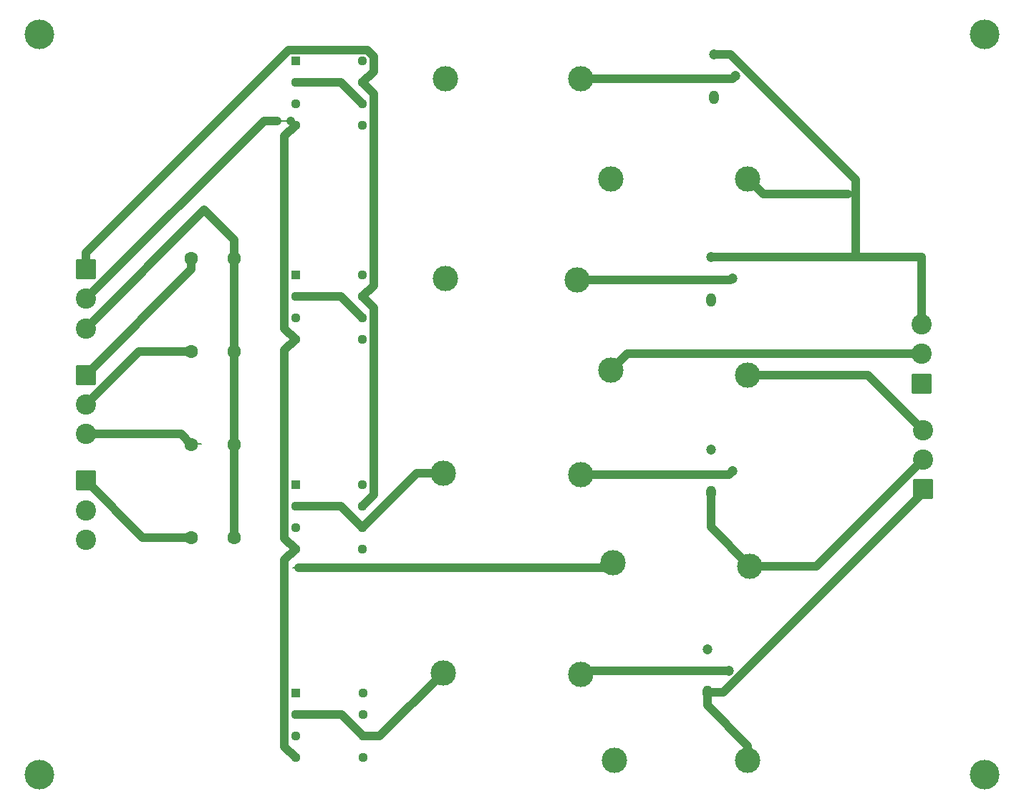
<source format=gbr>
%TF.GenerationSoftware,KiCad,Pcbnew,9.0.4-9.0.4-0~ubuntu24.04.1*%
%TF.CreationDate,2025-09-30T20:14:07-06:00*%
%TF.ProjectId,Interfaz_analogica,496e7465-7266-4617-9a5f-616e616c6f67,rev?*%
%TF.SameCoordinates,Original*%
%TF.FileFunction,Copper,L1,Top*%
%TF.FilePolarity,Positive*%
%FSLAX46Y46*%
G04 Gerber Fmt 4.6, Leading zero omitted, Abs format (unit mm)*
G04 Created by KiCad (PCBNEW 9.0.4-9.0.4-0~ubuntu24.04.1) date 2025-09-30 20:14:07*
%MOMM*%
%LPD*%
G01*
G04 APERTURE LIST*
G04 Aperture macros list*
%AMRoundRect*
0 Rectangle with rounded corners*
0 $1 Rounding radius*
0 $2 $3 $4 $5 $6 $7 $8 $9 X,Y pos of 4 corners*
0 Add a 4 corners polygon primitive as box body*
4,1,4,$2,$3,$4,$5,$6,$7,$8,$9,$2,$3,0*
0 Add four circle primitives for the rounded corners*
1,1,$1+$1,$2,$3*
1,1,$1+$1,$4,$5*
1,1,$1+$1,$6,$7*
1,1,$1+$1,$8,$9*
0 Add four rect primitives between the rounded corners*
20,1,$1+$1,$2,$3,$4,$5,0*
20,1,$1+$1,$4,$5,$6,$7,0*
20,1,$1+$1,$6,$7,$8,$9,0*
20,1,$1+$1,$8,$9,$2,$3,0*%
G04 Aperture macros list end*
%TA.AperFunction,ComponentPad*%
%ADD10RoundRect,0.250001X0.949999X-0.949999X0.949999X0.949999X-0.949999X0.949999X-0.949999X-0.949999X0*%
%TD*%
%TA.AperFunction,ComponentPad*%
%ADD11C,2.400000*%
%TD*%
%TA.AperFunction,ComponentPad*%
%ADD12C,1.600000*%
%TD*%
%TA.AperFunction,ComponentPad*%
%ADD13C,3.000000*%
%TD*%
%TA.AperFunction,ComponentPad*%
%ADD14O,1.200000X1.600000*%
%TD*%
%TA.AperFunction,ComponentPad*%
%ADD15C,1.200000*%
%TD*%
%TA.AperFunction,ComponentPad*%
%ADD16R,1.130000X1.130000*%
%TD*%
%TA.AperFunction,ComponentPad*%
%ADD17C,1.130000*%
%TD*%
%TA.AperFunction,ComponentPad*%
%ADD18C,3.500000*%
%TD*%
%TA.AperFunction,ComponentPad*%
%ADD19RoundRect,0.250001X-0.949999X0.949999X-0.949999X-0.949999X0.949999X-0.949999X0.949999X0.949999X0*%
%TD*%
%TA.AperFunction,ViaPad*%
%ADD20C,0.600000*%
%TD*%
%TA.AperFunction,Conductor*%
%ADD21C,1.000000*%
%TD*%
%TA.AperFunction,Conductor*%
%ADD22C,0.200000*%
%TD*%
G04 APERTURE END LIST*
D10*
%TO.P,J9_1,1,Pin_1*%
%TO.N,Net-(J5-2-Pin_1)*%
X86332500Y-47500000D03*
D11*
%TO.P,J9_1,2,Pin_2*%
%TO.N,GNDREF*%
X86332500Y-44000000D03*
%TO.P,J9_1,3,Pin_3*%
%TO.N,Net-(J9_1-Pin_3)*%
X86332500Y-40500000D03*
%TD*%
D12*
%TO.P,C3,1*%
%TO.N,Net-(J0_2-Pin_3)*%
X12000Y-54712000D03*
%TO.P,C3,2*%
%TO.N,GNDREF*%
X5012000Y-54712000D03*
%TD*%
D13*
%TO.P,J5-1,1,Pin_1*%
%TO.N,GNDREF*%
X49600000Y-23300000D03*
%TD*%
D14*
%TO.P,Q1,1,E*%
%TO.N,Net-(J5-2-Pin_1)*%
X61800000Y-13640000D03*
D15*
%TO.P,Q1,2,B*%
%TO.N,Net-(J1-2-Pin_1)*%
X64340000Y-11100000D03*
%TO.P,Q1,3,C*%
%TO.N,Net-(J9_1-Pin_3)*%
X61800000Y-8560000D03*
%TD*%
D16*
%TO.P,U3,1,NULL*%
%TO.N,unconnected-(U3-NULL-Pad1)*%
X12300000Y-59460000D03*
D17*
%TO.P,U3,2,-*%
%TO.N,Net-(J3-1-Pin_1)*%
X12300000Y-62000000D03*
%TO.P,U3,3,+*%
%TO.N,Net-(J0_2-Pin_3)*%
X12300000Y-64540000D03*
%TO.P,U3,4,V-*%
%TO.N,Net-(J0_1-Pin_2)*%
X12300000Y-67080000D03*
%TO.P,U3,5,NULL*%
%TO.N,unconnected-(U3-NULL-Pad5)*%
X20240000Y-67080000D03*
%TO.P,U3,6*%
%TO.N,Net-(J3-1-Pin_1)*%
X20240000Y-64540000D03*
%TO.P,U3,7,V+*%
%TO.N,Net-(J0_1-Pin_1)*%
X20240000Y-62000000D03*
%TO.P,U3,8,NC*%
%TO.N,unconnected-(U3-NC-Pad8)*%
X20240000Y-59460000D03*
%TD*%
D18*
%TO.P,H4,4*%
%TO.N,N/C*%
X-18000000Y-93800000D03*
%TD*%
D13*
%TO.P,J7-2,1,Pin_1*%
%TO.N,Net-(J7-2-Pin_1)*%
X66000000Y-69100000D03*
%TD*%
%TO.P,J2-2,1,Pin_1*%
%TO.N,Net-(J2-2-Pin_1)*%
X45600000Y-35300000D03*
%TD*%
%TO.P,J5-2,1,Pin_1*%
%TO.N,Net-(J5-2-Pin_1)*%
X65800000Y-23300000D03*
%TD*%
D16*
%TO.P,U4,1,NULL*%
%TO.N,unconnected-(U4-NULL-Pad1)*%
X12330000Y-84150000D03*
D17*
%TO.P,U4,2,-*%
%TO.N,Net-(J4-1-Pin_1)*%
X12330000Y-86690000D03*
%TO.P,U4,3,+*%
%TO.N,Net-(J0_3-Pin_1)*%
X12330000Y-89230000D03*
%TO.P,U4,4,V-*%
%TO.N,Net-(J0_1-Pin_2)*%
X12330000Y-91770000D03*
%TO.P,U4,5,NULL*%
%TO.N,unconnected-(U4-NULL-Pad5)*%
X20270000Y-91770000D03*
%TO.P,U4,6*%
%TO.N,Net-(J4-1-Pin_1)*%
X20270000Y-89230000D03*
%TO.P,U4,7,V+*%
%TO.N,Net-(J0_1-Pin_1)*%
X20270000Y-86690000D03*
%TO.P,U4,8,NC*%
%TO.N,unconnected-(U4-NC-Pad8)*%
X20270000Y-84150000D03*
%TD*%
D10*
%TO.P,J9_2,1,Pin_1*%
%TO.N,Net-(J8-2-Pin_1)*%
X86500000Y-60000000D03*
D11*
%TO.P,J9_2,2,Pin_2*%
%TO.N,Net-(J7-2-Pin_1)*%
X86500000Y-56500000D03*
%TO.P,J9_2,3,Pin_3*%
%TO.N,Net-(J6-2-Pin_1)*%
X86500000Y-53000000D03*
%TD*%
D14*
%TO.P,Q3,1,E*%
%TO.N,Net-(J7-2-Pin_1)*%
X61400000Y-60440000D03*
D15*
%TO.P,Q3,2,B*%
%TO.N,Net-(J3-2-Pin_1)*%
X63940000Y-57900000D03*
%TO.P,Q3,3,C*%
%TO.N,Net-(J9_1-Pin_3)*%
X61400000Y-55360000D03*
%TD*%
D13*
%TO.P,J7-1,1,Pin_1*%
%TO.N,GNDREF*%
X49800000Y-68700000D03*
%TD*%
%TO.P,J1-1,1,Pin_1*%
%TO.N,Net-(J1-1-Pin_1)*%
X30000000Y-11500000D03*
%TD*%
%TO.P,J6-2,1,Pin_1*%
%TO.N,Net-(J6-2-Pin_1)*%
X65800000Y-46500000D03*
%TD*%
D12*
%TO.P,C2,1*%
%TO.N,Net-(J0_2-Pin_2)*%
X12000Y-43712000D03*
%TO.P,C2,2*%
%TO.N,GNDREF*%
X5012000Y-43712000D03*
%TD*%
D13*
%TO.P,J3-2,1,Pin_1*%
%TO.N,Net-(J3-2-Pin_1)*%
X46000000Y-58300000D03*
%TD*%
%TO.P,J4-2,1,Pin_1*%
%TO.N,Net-(J4-2-Pin_1)*%
X46000000Y-81900000D03*
%TD*%
%TO.P,J8-2,1,Pin_1*%
%TO.N,Net-(J8-2-Pin_1)*%
X65800000Y-92100000D03*
%TD*%
D12*
%TO.P,C4,1*%
%TO.N,Net-(J0_3-Pin_1)*%
X12000Y-65712000D03*
%TO.P,C4,2*%
%TO.N,GNDREF*%
X5012000Y-65712000D03*
%TD*%
D18*
%TO.P,H3,3*%
%TO.N,N/C*%
X93800000Y-93800000D03*
%TD*%
D13*
%TO.P,J3-1,1,Pin_1*%
%TO.N,Net-(J3-1-Pin_1)*%
X29800000Y-58100000D03*
%TD*%
D16*
%TO.P,U2,1,NULL*%
%TO.N,unconnected-(U2-NULL-Pad1)*%
X12301900Y-34690000D03*
D17*
%TO.P,U2,2,-*%
%TO.N,Net-(J2-1-Pin_1)*%
X12301900Y-37230000D03*
%TO.P,U2,3,+*%
%TO.N,Net-(J0_2-Pin_2)*%
X12301900Y-39770000D03*
%TO.P,U2,4,V-*%
%TO.N,Net-(J0_1-Pin_2)*%
X12301900Y-42310000D03*
%TO.P,U2,5,NULL*%
%TO.N,unconnected-(U2-NULL-Pad5)*%
X20241900Y-42310000D03*
%TO.P,U2,6*%
%TO.N,Net-(J2-1-Pin_1)*%
X20241900Y-39770000D03*
%TO.P,U2,7,V+*%
%TO.N,Net-(J0_1-Pin_1)*%
X20241900Y-37230000D03*
%TO.P,U2,8,NC*%
%TO.N,unconnected-(U2-NC-Pad8)*%
X20241900Y-34690000D03*
%TD*%
D13*
%TO.P,J8-1,1,Pin_1*%
%TO.N,GNDREF*%
X50000000Y-92100000D03*
%TD*%
D18*
%TO.P,H1,1*%
%TO.N,N/C*%
X-18000000Y-6212000D03*
%TD*%
D12*
%TO.P,C1,1*%
%TO.N,Net-(J0_2-Pin_1)*%
X12000Y-32712000D03*
%TO.P,C1,2*%
%TO.N,GNDREF*%
X5012000Y-32712000D03*
%TD*%
D14*
%TO.P,Q2,1,E*%
%TO.N,Net-(J6-2-Pin_1)*%
X61400000Y-37640000D03*
D15*
%TO.P,Q2,2,B*%
%TO.N,Net-(J2-2-Pin_1)*%
X63940000Y-35100000D03*
%TO.P,Q2,3,C*%
%TO.N,Net-(J9_1-Pin_3)*%
X61400000Y-32560000D03*
%TD*%
D14*
%TO.P,Q4,1,E*%
%TO.N,Net-(J8-2-Pin_1)*%
X61000000Y-84040000D03*
D15*
%TO.P,Q4,2,B*%
%TO.N,Net-(J4-2-Pin_1)*%
X63540000Y-81500000D03*
%TO.P,Q4,3,C*%
%TO.N,Net-(J9_1-Pin_3)*%
X61000000Y-78960000D03*
%TD*%
D13*
%TO.P,J4-1,1,Pin_1*%
%TO.N,Net-(J4-1-Pin_1)*%
X29800000Y-81700000D03*
%TD*%
D19*
%TO.P,J0_3,1,Pin_1*%
%TO.N,Net-(J0_3-Pin_1)*%
X-12500000Y-59000000D03*
D11*
%TO.P,J0_3,2,Pin_2*%
%TO.N,unconnected-(J0_3-Pin_2-Pad2)*%
X-12500000Y-62500000D03*
%TO.P,J0_3,3,Pin_3*%
%TO.N,unconnected-(J0_3-Pin_3-Pad3)*%
X-12500000Y-66000000D03*
%TD*%
D18*
%TO.P,H2,2*%
%TO.N,N/C*%
X93800000Y-6200000D03*
%TD*%
D13*
%TO.P,J2-1,1,Pin_1*%
%TO.N,Net-(J2-1-Pin_1)*%
X30000000Y-35100000D03*
%TD*%
D16*
%TO.P,U1,1,NULL*%
%TO.N,unconnected-(U1-NULL-Pad1)*%
X12300000Y-9360000D03*
D17*
%TO.P,U1,2,-*%
%TO.N,Net-(J1-1-Pin_1)*%
X12300000Y-11900000D03*
%TO.P,U1,3,+*%
%TO.N,Net-(J0_2-Pin_1)*%
X12300000Y-14440000D03*
%TO.P,U1,4,V-*%
%TO.N,Net-(J0_1-Pin_2)*%
X12300000Y-16980000D03*
%TO.P,U1,5,NULL*%
%TO.N,unconnected-(U1-NULL-Pad5)*%
X20240000Y-16980000D03*
%TO.P,U1,6*%
%TO.N,Net-(J1-1-Pin_1)*%
X20240000Y-14440000D03*
%TO.P,U1,7,V+*%
%TO.N,Net-(J0_1-Pin_1)*%
X20240000Y-11900000D03*
%TO.P,U1,8,NC*%
%TO.N,unconnected-(U1-NC-Pad8)*%
X20240000Y-9360000D03*
%TD*%
D19*
%TO.P,J0_1,1,Pin_1*%
%TO.N,Net-(J0_1-Pin_1)*%
X-12500000Y-34000000D03*
D11*
%TO.P,J0_1,2,Pin_2*%
%TO.N,Net-(J0_1-Pin_2)*%
X-12500000Y-37500000D03*
%TO.P,J0_1,3,Pin_3*%
%TO.N,GNDREF*%
X-12500000Y-41000000D03*
%TD*%
D13*
%TO.P,J6-1,1,Pin_1*%
%TO.N,GNDREF*%
X49600000Y-45900000D03*
%TD*%
%TO.P,J1-2,1,Pin_1*%
%TO.N,Net-(J1-2-Pin_1)*%
X46000000Y-11500000D03*
%TD*%
D19*
%TO.P,J0_2,1,Pin_1*%
%TO.N,Net-(J0_2-Pin_1)*%
X-12500000Y-46500000D03*
D11*
%TO.P,J0_2,2,Pin_2*%
%TO.N,Net-(J0_2-Pin_2)*%
X-12500000Y-50000000D03*
%TO.P,J0_2,3,Pin_3*%
%TO.N,Net-(J0_2-Pin_3)*%
X-12500000Y-53500000D03*
%TD*%
D20*
%TO.N,Net-(J5-2-Pin_1)*%
X77579600Y-25113800D03*
%TO.N,GNDREF*%
X12663600Y-69277300D03*
%TD*%
D21*
%TO.N,Net-(J9_1-Pin_3)*%
X86332500Y-40500000D02*
X86332500Y-32560000D01*
X63707600Y-8560000D02*
X61800000Y-8560000D01*
X78585300Y-23437700D02*
X63707600Y-8560000D01*
X78585300Y-32560000D02*
X78585300Y-23437700D01*
X86332500Y-32560000D02*
X61400000Y-32560000D01*
%TO.N,Net-(J0_1-Pin_1)*%
X21557300Y-10582700D02*
X20240000Y-11900000D01*
X21557300Y-8840000D02*
X21557300Y-10582700D01*
X20792200Y-8074900D02*
X21557300Y-8840000D01*
X11447400Y-8074900D02*
X20792200Y-8074900D01*
X-12500000Y-32022300D02*
X11447400Y-8074900D01*
X-12500000Y-34000000D02*
X-12500000Y-32022300D01*
X21550000Y-35921900D02*
X20241900Y-37230000D01*
X21550000Y-13210000D02*
X21550000Y-35921900D01*
X20240000Y-11900000D02*
X21550000Y-13210000D01*
X21561700Y-60678300D02*
X20240000Y-62000000D01*
X21561700Y-38549800D02*
X21561700Y-60678300D01*
X20241900Y-37230000D02*
X21561700Y-38549800D01*
%TO.N,Net-(J0_1-Pin_2)*%
X11013200Y-65793200D02*
X12300000Y-67080000D01*
X11013200Y-43598700D02*
X11013200Y-65793200D01*
X12301900Y-42310000D02*
X11013200Y-43598700D01*
X11016100Y-90456100D02*
X12330000Y-91770000D01*
X11016100Y-68363900D02*
X11016100Y-90456100D01*
X12300000Y-67080000D02*
X11016100Y-68363900D01*
X10997800Y-41005900D02*
X12301900Y-42310000D01*
X10997800Y-18282200D02*
X10997800Y-41005900D01*
X12300000Y-16980000D02*
X10997800Y-18282200D01*
X8568000Y-16432000D02*
X10163700Y-16432000D01*
X-12500000Y-37500000D02*
X8568000Y-16432000D01*
D22*
X10163700Y-16432000D02*
X11752000Y-16432000D01*
D21*
X11752000Y-16432000D02*
X11759300Y-16432000D01*
D22*
X11759300Y-16439300D02*
X12300000Y-16980000D01*
X11759300Y-16432000D02*
X11759300Y-16439300D01*
D21*
%TO.N,Net-(J0_3-Pin_1)*%
X-5788000Y-65712000D02*
X12000Y-65712000D01*
X-12500000Y-59000000D02*
X-5788000Y-65712000D01*
D22*
%TO.N,Net-(J0_2-Pin_3)*%
X76400Y-54647600D02*
X12000Y-54712000D01*
X1129400Y-54647600D02*
X76400Y-54647600D01*
D21*
X-1200000Y-53500000D02*
X-12500000Y-53500000D01*
X12000Y-54712000D02*
X-1200000Y-53500000D01*
%TO.N,Net-(J0_2-Pin_2)*%
X-6212000Y-43712000D02*
X12000Y-43712000D01*
X-12500000Y-50000000D02*
X-6212000Y-43712000D01*
%TO.N,Net-(J0_2-Pin_1)*%
X12000Y-33988000D02*
X12000Y-32712000D01*
X-12500000Y-46500000D02*
X12000Y-33988000D01*
%TO.N,Net-(J8-2-Pin_1)*%
X62301700Y-84039900D02*
X62301700Y-84040000D01*
X62857600Y-84039900D02*
X62301700Y-84039900D01*
X86500000Y-60397500D02*
X62857600Y-84039900D01*
X86500000Y-60000000D02*
X86500000Y-60397500D01*
X61000000Y-84040000D02*
X62301700Y-84040000D01*
X61000000Y-84040000D02*
X61000000Y-85541700D01*
X65799900Y-92100000D02*
X65800000Y-92100000D01*
X65799900Y-90341600D02*
X65799900Y-92100000D01*
X61000000Y-85541700D02*
X65799900Y-90341600D01*
%TO.N,Net-(J7-2-Pin_1)*%
X66000000Y-69099900D02*
X66000000Y-69100000D01*
X73900100Y-69099900D02*
X66000000Y-69099900D01*
X86500000Y-56500000D02*
X73900100Y-69099900D01*
X61400000Y-64500000D02*
X61400000Y-60440000D01*
X66000000Y-69100000D02*
X61400000Y-64500000D01*
%TO.N,Net-(J6-2-Pin_1)*%
X80000000Y-46500000D02*
X65800000Y-46500000D01*
X86500000Y-53000000D02*
X80000000Y-46500000D01*
%TO.N,Net-(J5-2-Pin_1)*%
X67613800Y-25113800D02*
X65800000Y-23300000D01*
X77579600Y-25113800D02*
X67613800Y-25113800D01*
%TO.N,Net-(J4-2-Pin_1)*%
X46400000Y-81500000D02*
X46000000Y-81900000D01*
X63540000Y-81500000D02*
X46400000Y-81500000D01*
%TO.N,Net-(J4-1-Pin_1)*%
X17730000Y-86690000D02*
X20270000Y-89230000D01*
X12330000Y-86690000D02*
X17730000Y-86690000D01*
X22270000Y-89230000D02*
X20270000Y-89230000D01*
X29800000Y-81700000D02*
X22270000Y-89230000D01*
%TO.N,Net-(J3-2-Pin_1)*%
X63540000Y-58300000D02*
X63940000Y-57900000D01*
X46000000Y-58300000D02*
X63540000Y-58300000D01*
%TO.N,Net-(J3-1-Pin_1)*%
X17700000Y-62000000D02*
X20240000Y-64540000D01*
X12300000Y-62000000D02*
X17700000Y-62000000D01*
X26680000Y-58100000D02*
X29800000Y-58100000D01*
X20240000Y-64540000D02*
X26680000Y-58100000D01*
%TO.N,Net-(J2-2-Pin_1)*%
X63740000Y-35300000D02*
X63940000Y-35100000D01*
X45600000Y-35300000D02*
X63740000Y-35300000D01*
%TO.N,Net-(J2-1-Pin_1)*%
X17701900Y-37230000D02*
X20241900Y-39770000D01*
X12301900Y-37230000D02*
X17701900Y-37230000D01*
%TO.N,Net-(J1-2-Pin_1)*%
X63940000Y-11500000D02*
X64340000Y-11100000D01*
X46000000Y-11500000D02*
X63940000Y-11500000D01*
%TO.N,Net-(J1-1-Pin_1)*%
X17700000Y-11900000D02*
X20240000Y-14440000D01*
X12300000Y-11900000D02*
X17700000Y-11900000D01*
%TO.N,GNDREF*%
X1500000Y-27000000D02*
X-12500000Y-41000000D01*
X5012000Y-30512000D02*
X1500000Y-27000000D01*
X5012000Y-32712000D02*
X5012000Y-30512000D01*
X5012000Y-43712000D02*
X5012000Y-65712000D01*
X5012000Y-43712000D02*
X5012000Y-32712000D01*
X51500000Y-44000000D02*
X49600000Y-45900000D01*
X86332500Y-44000000D02*
X51500000Y-44000000D01*
D22*
X49222700Y-69277300D02*
X49800000Y-68700000D01*
D21*
X12663600Y-69277300D02*
X49222700Y-69277300D01*
D22*
X12663600Y-69277300D02*
X12029300Y-69277300D01*
X12029300Y-69277300D02*
X12663600Y-69277300D01*
%TD*%
M02*

</source>
